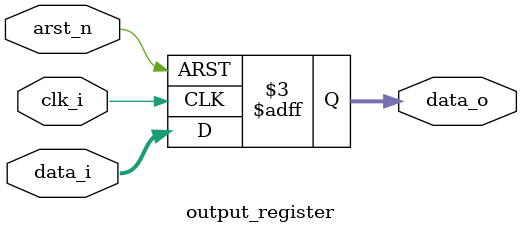
<source format=sv>
module sync_rotate_right_shifter (
    input              clk_i,
    input              arst_n,  // Active low async reset
    input      [31:0]  data_i,
    input      [4:0]   shift_i,
    output     [31:0]  data_o
);
    // 内部连线
    wire [31:0] rotated_data;
    
    // 实例化旋转逻辑子模块
    rotate_logic u_rotate_logic (
        .data_i     (data_i),
        .shift_i    (shift_i),
        .rotated_o  (rotated_data)
    );
    
    // 实例化寄存器子模块
    output_register u_output_register (
        .clk_i      (clk_i),
        .arst_n     (arst_n),
        .data_i     (rotated_data),
        .data_o     (data_o)
    );
    
endmodule

// 旋转逻辑子模块 - 纯组合逻辑
module rotate_logic (
    input      [31:0] data_i,
    input      [4:0]  shift_i,
    output     [31:0] rotated_o
);
    // 参数化设计，提高灵活性
    parameter DATA_WIDTH = 32;
    
    // 优化的旋转实现，使用移位操作
    assign rotated_o = {data_i, data_i} >> shift_i;
    
endmodule

// 输出寄存器子模块 - 时序逻辑
module output_register (
    input              clk_i,
    input              arst_n,
    input      [31:0]  data_i,
    output reg [31:0]  data_o
);
    // 参数化设计
    parameter DATA_WIDTH = 32;
    parameter RESET_VALUE = {DATA_WIDTH{1'b0}};
    
    // 同步更新，异步复位
    always @(posedge clk_i or negedge arst_n) begin
        if (!arst_n)
            data_o <= RESET_VALUE;
        else
            data_o <= data_i;
    end
    
endmodule
</source>
